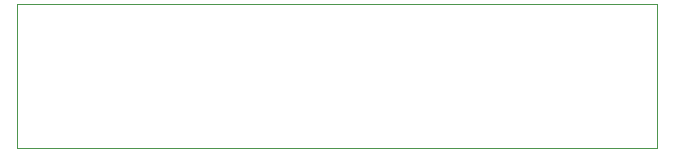
<source format=gbr>
%TF.GenerationSoftware,KiCad,Pcbnew,(7.0.0)*%
%TF.CreationDate,2023-07-16T21:42:08+07:00*%
%TF.ProjectId,Attiny85_USB,41747469-6e79-4383-955f-5553422e6b69,rev?*%
%TF.SameCoordinates,Original*%
%TF.FileFunction,Profile,NP*%
%FSLAX46Y46*%
G04 Gerber Fmt 4.6, Leading zero omitted, Abs format (unit mm)*
G04 Created by KiCad (PCBNEW (7.0.0)) date 2023-07-16 21:42:08*
%MOMM*%
%LPD*%
G01*
G04 APERTURE LIST*
%TA.AperFunction,Profile*%
%ADD10C,0.100000*%
%TD*%
G04 APERTURE END LIST*
D10*
X53050000Y-107880000D02*
X107240000Y-107880000D01*
X107240000Y-107880000D02*
X107240000Y-120080000D01*
X107240000Y-120080000D02*
X53050000Y-120080000D01*
X53050000Y-120080000D02*
X53050000Y-107880000D01*
M02*

</source>
